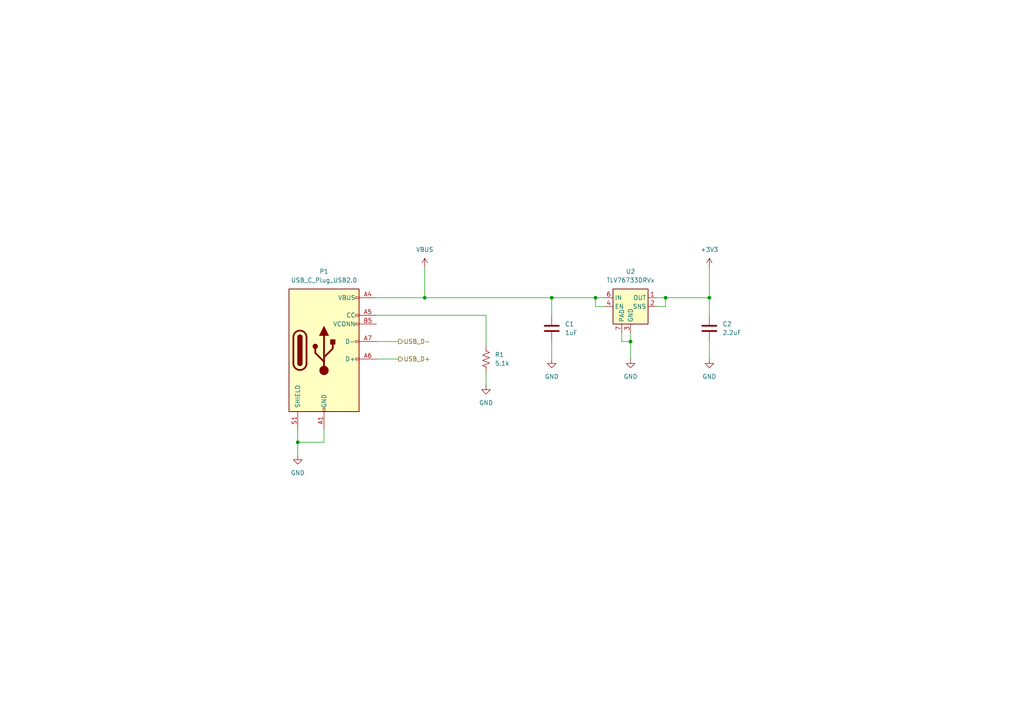
<source format=kicad_sch>
(kicad_sch (version 20250114) (generator "eeschema") (generator_version "9.0")
  (paper "A4")
  (lib_symbols
    (symbol "Connector:USB_C_Plug_USB2.0" (pin_names (offset 1.016))
      (property "Reference" "P" (at -10.16 19.05 0))
      (property "Value" "USB_C_Plug_USB2.0" (at 12.7 19.05 0))
      (symbol "USB_C_Plug_USB2.0_0_0"
        (rectangle (start -0.254 -17.78) (end 0.254 -16.764))
        (rectangle (start 10.16 15.494) (end 9.144 14.986))
        (rectangle (start 10.16 10.414) (end 9.144 9.906))
        (rectangle (start 10.16 7.874) (end 9.144 7.366))
        (rectangle (start 10.16 2.794) (end 9.144 2.286))
        (rectangle (start 10.16 -2.286) (end 9.144 -2.794))
      )
      (symbol "USB_C_Plug_USB2.0_0_1"
        (rectangle (start -10.16 17.78) (end 10.16 -17.78) (stroke (width 0.254)) (fill (type background)))
        (polyline (pts (xy -8.89 -3.81) (xy -8.89 3.81)) (stroke (width 0.508)))
        (rectangle (start -7.62 -3.81) (end -6.35 3.81) (stroke (width 0.254)) (fill (type outline)))
        (arc (start -7.62 3.81) (mid -6.985 4.4423) (end -6.35 3.81) (stroke (width 0.254)))
        (arc (start -7.62 3.81) (mid -6.985 4.4423) (end -6.35 3.81) (stroke (width 0.254)) (fill (type outline)))
        (arc (start -8.89 3.81) (mid -6.985 5.7067) (end -5.08 3.81) (stroke (width 0.508)))
        (arc (start -5.08 -3.81) (mid -6.985 -5.7067) (end -8.89 -3.81) (stroke (width 0.508)))
        (arc (start -6.35 -3.81) (mid -6.985 -4.4423) (end -7.62 -3.81) (stroke (width 0.254)))
        (arc (start -6.35 -3.81) (mid -6.985 -4.4423) (end -7.62 -3.81) (stroke (width 0.254)) (fill (type outline)))
        (polyline (pts (xy -5.08 3.81) (xy -5.08 -3.81)) (stroke (width 0.508)))
        (circle (center -2.54 1.143) (radius 0.635) (stroke (width 0.254)) (fill (type outline)))
        (polyline (pts (xy -1.27 4.318) (xy 0 6.858) (xy 1.27 4.318) (xy -1.27 4.318)) (stroke (width 0.254)) (fill (type outline)))
        (polyline (pts (xy 0 -2.032) (xy 2.54 0.508) (xy 2.54 1.778)) (stroke (width 0.508)))
        (polyline (pts (xy 0 -3.302) (xy -2.54 -0.762) (xy -2.54 0.508)) (stroke (width 0.508)))
        (polyline (pts (xy 0 -5.842) (xy 0 4.318)) (stroke (width 0.508)))
        (circle (center 0 -5.842) (radius 1.27) (fill (type outline)))
        (rectangle (start 1.905 1.778) (end 3.175 3.048) (stroke (width 0.254)) (fill (type outline)))
      )
      (symbol "USB_C_Plug_USB2.0_1_1"
        (pin passive line (at -7.62 -22.86 90) (length 5.08) (name "SHIELD") (number "S1"))
        (pin passive line (at 0 -22.86 90) (length 5.08) (name "GND") (number "A1"))
        (pin passive line (at 0 -22.86 90) (length 5.08) (hide yes) (name "GND") (number "A12"))
        (pin passive line (at 0 -22.86 90) (length 5.08) (hide yes) (name "GND") (number "B1"))
        (pin passive line (at 0 -22.86 90) (length 5.08) (hide yes) (name "GND") (number "B12"))
        (pin passive line (at 15.24 15.24 180) (length 5.08) (name "VBUS") (number "A4"))
        (pin passive line (at 15.24 15.24 180) (length 5.08) (hide yes) (name "VBUS") (number "A9"))
        (pin passive line (at 15.24 15.24 180) (length 5.08) (hide yes) (name "VBUS") (number "B4"))
        (pin passive line (at 15.24 15.24 180) (length 5.08) (hide yes) (name "VBUS") (number "B9"))
        (pin bidirectional line (at 15.24 10.16 180) (length 5.08) (name "CC") (number "A5"))
        (pin bidirectional line (at 15.24 7.62 180) (length 5.08) (name "VCONN") (number "B5"))
        (pin bidirectional line (at 15.24 2.54 180) (length 5.08) (name "D-") (number "A7"))
        (pin bidirectional line (at 15.24 -2.54 180) (length 5.08) (name "D+") (number "A6"))
      )
    )
    (symbol "Device:C" (pin_numbers (hide yes)) (pin_names (offset 0.254))
      (property "Reference" "C" (at 0.635 2.54 0))
      (property "Value" "C" (at 0.635 -2.54 0))
      (symbol "C_0_1"
        (polyline (pts (xy -2.032 0.762) (xy 2.032 0.762)) (stroke (width 0.508)))
        (polyline (pts (xy -2.032 -0.762) (xy 2.032 -0.762)) (stroke (width 0.508)))
      )
      (symbol "C_1_1"
        (pin passive line (at 0 3.81 270) (length 2.794) (name "~") (number "1"))
        (pin passive line (at 0 -3.81 90) (length 2.794) (name "~") (number "2"))
      )
    )
    (symbol "Device:R_US" (pin_numbers (hide yes)) (pin_names (offset 0))
      (property "Reference" "R" (at 2.54 0 90))
      (property "Value" "R_US" (at -2.54 0 90))
      (symbol "R_US_0_1"
        (polyline (pts (xy 0 2.286) (xy 0 2.54)))
        (polyline (pts (xy 0 2.286) (xy 1.016 1.905) (xy 0 1.524) (xy -1.016 1.143) (xy 0 0.762)))
        (polyline (pts (xy 0 0.762) (xy 1.016 0.381) (xy 0 0) (xy -1.016 -0.381) (xy 0 -0.762)))
        (polyline (pts (xy 0 -0.762) (xy 1.016 -1.143) (xy 0 -1.524) (xy -1.016 -1.905) (xy 0 -2.286)))
        (polyline (pts (xy 0 -2.286) (xy 0 -2.54)))
      )
      (symbol "R_US_1_1"
        (pin passive line (at 0 3.81 270) (length 1.27) (name "~") (number "1"))
        (pin passive line (at 0 -3.81 90) (length 1.27) (name "~") (number "2"))
      )
    )
    (symbol "Regulator_Linear:TLV76733DRVx"
      (property "Reference" "U" (at 0 8.89 0))
      (property "Value" "TLV76733DRVx" (at 0 6.35 0))
      (symbol "TLV76733DRVx_0_1"
        (rectangle (start -5.08 -5.08) (end 5.08 5.08) (stroke (width 0.254)) (fill (type background)))
      )
      (symbol "TLV76733DRVx_1_1"
        (pin power_in line (at -7.62 2.54 0) (length 2.54) (name "IN") (number "6"))
        (pin input line (at -7.62 0 0) (length 2.54) (name "EN") (number "4"))
        (pin passive line (at -2.54 -7.62 90) (length 2.54) (name "PAD") (number "7"))
        (pin power_in line (at 0 -7.62 90) (length 2.54) (name "GND") (number "3"))
        (pin passive line (at 0 -7.62 90) (length 2.54) (hide yes) (name "GND") (number "5"))
        (pin power_out line (at 7.62 2.54 180) (length 2.54) (name "OUT") (number "1"))
        (pin input line (at 7.62 0 180) (length 2.54) (name "SNS") (number "2"))
      )
    )
    (symbol "power:+3V3" (power) (pin_numbers (hide yes)) (pin_names (offset 0) (hide yes))
      (property "Value" "+3V3" (at 0 3.556 0))
      (symbol "+3V3_0_1"
        (polyline (pts (xy -0.762 1.27) (xy 0 2.54)))
        (polyline (pts (xy 0 2.54) (xy 0.762 1.27)))
        (polyline (pts (xy 0 0) (xy 0 2.54)))
      )
      (symbol "+3V3_1_1"
        (pin power_in line (at 0 0 90) (length 0) (name "~") (number "1"))
      )
    )
    (symbol "power:GND" (power) (pin_numbers (hide yes)) (pin_names (offset 0) (hide yes))
      (property "Value" "GND" (at 0 -3.81 0))
      (symbol "GND_0_1"
        (polyline (pts (xy 0 0) (xy 0 -1.27) (xy 1.27 -1.27) (xy 0 -2.54) (xy -1.27 -1.27) (xy 0 -1.27)))
      )
      (symbol "GND_1_1"
        (pin power_in line (at 0 0 270) (length 0) (name "~") (number "1"))
      )
    )
    (symbol "power:VBUS" (power) (pin_numbers (hide yes)) (pin_names (offset 0) (hide yes))
      (property "Value" "VBUS" (at 0 3.556 0))
      (symbol "VBUS_0_1"
        (polyline (pts (xy -0.762 1.27) (xy 0 2.54)))
        (polyline (pts (xy 0 2.54) (xy 0.762 1.27)))
        (polyline (pts (xy 0 0) (xy 0 2.54)))
      )
      (symbol "VBUS_1_1"
        (pin power_in line (at 0 0 90) (length 0) (name "~") (number "1"))
      )
    )
  )
  (junction (at 172.72 86.36))
  (junction (at 182.88 99.06))
  (junction (at 160.02 86.36))
  (junction (at 123.19 86.36))
  (junction (at 205.74 86.36))
  (junction (at 86.36 128.27))
  (junction (at 193.04 86.36))
  (wire (pts (xy 160.02 91.44) (xy 160.02 86.36)))
  (wire (pts (xy 123.19 86.36) (xy 160.02 86.36)))
  (wire (pts (xy 86.36 128.27) (xy 86.36 132.08)))
  (wire (pts (xy 190.5 88.9) (xy 193.04 88.9)))
  (wire (pts (xy 182.88 99.06) (xy 182.88 104.14)))
  (wire (pts (xy 205.74 86.36) (xy 193.04 86.36)))
  (wire (pts (xy 160.02 99.06) (xy 160.02 104.14)))
  (wire (pts (xy 140.97 91.44) (xy 140.97 100.33)))
  (wire (pts (xy 205.74 77.47) (xy 205.74 86.36)))
  (wire (pts (xy 205.74 91.44) (xy 205.74 86.36)))
  (wire (pts (xy 109.22 99.06) (xy 115.57 99.06)))
  (wire (pts (xy 172.72 88.9) (xy 172.72 86.36)))
  (wire (pts (xy 190.5 86.36) (xy 193.04 86.36)))
  (wire (pts (xy 182.88 96.52) (xy 182.88 99.06)))
  (wire (pts (xy 86.36 124.46) (xy 86.36 128.27)))
  (wire (pts (xy 205.74 99.06) (xy 205.74 104.14)))
  (wire (pts (xy 123.19 86.36) (xy 123.19 77.47)))
  (wire (pts (xy 160.02 86.36) (xy 172.72 86.36)))
  (wire (pts (xy 93.98 128.27) (xy 86.36 128.27)))
  (wire (pts (xy 172.72 86.36) (xy 175.26 86.36)))
  (wire (pts (xy 175.26 88.9) (xy 172.72 88.9)))
  (wire (pts (xy 109.22 104.14) (xy 115.57 104.14)))
  (wire (pts (xy 180.34 96.52) (xy 180.34 99.06)))
  (wire (pts (xy 193.04 88.9) (xy 193.04 86.36)))
  (wire (pts (xy 180.34 99.06) (xy 182.88 99.06)))
  (wire (pts (xy 93.98 124.46) (xy 93.98 128.27)))
  (wire (pts (xy 109.22 86.36) (xy 123.19 86.36)))
  (wire (pts (xy 109.22 91.44) (xy 140.97 91.44)))
  (wire (pts (xy 140.97 107.95) (xy 140.97 111.76)))
  (hierarchical_label "USB_D-" (shape output) (at 115.57 99.06 0))
  (hierarchical_label "USB_D+" (shape output) (at 115.57 104.14 0))
  (symbol (lib_id "power:GND") (at 182.88 104.14 0) (unit 1)
    (property "Reference" "#PWR04" (effects (hide yes)))
    (property "Value" "GND" (at 182.88 109.22 0))
    (property "Description" "Power symbol creates a global label with name \"GND\" , ground" (effects (hide yes)))
  )
  (symbol (lib_id "power:GND") (at 86.36 132.08 0) (unit 1)
    (property "Reference" "#PWR01" (effects (hide yes)))
    (property "Value" "GND" (at 86.36 137.16 0))
    (property "Description" "Power symbol creates a global label with name \"GND\" , ground" (effects (hide yes)))
  )
  (symbol (lib_id "power:+3V3") (at 205.74 77.47 0) (unit 1)
    (property "Reference" "#PWR07" (effects (hide yes)))
    (property "Value" "+3V3" (at 205.74 72.39 0))
    (property "Description" "Power symbol creates a global label with name \"+3V3\"" (effects (hide yes)))
  )
  (symbol (lib_id "power:GND") (at 140.97 111.76 0) (unit 1)
    (property "Reference" "#PWR02" (effects (hide yes)))
    (property "Value" "GND" (at 140.97 116.84 0))
    (property "Description" "Power symbol creates a global label with name \"GND\" , ground" (effects (hide yes)))
  )
  (symbol (lib_id "Connector:USB_C_Plug_USB2.0") (at 93.98 101.6 0) (unit 1)
    (property "Reference" "P1" (at 93.98 78.74 0))
    (property "Value" "USB_C_Plug_USB2.0" (at 93.98 81.28 0))
    (property "Datasheet" "https://www.usb.org/sites/default/files/documents/usb_type-c.zip" (effects (hide yes)))
    (property "Description" "USB 2.0-only Type-C Plug connector" (effects (hide yes)))
  )
  (symbol (lib_id "Regulator_Linear:TLV76733DRVx") (at 182.88 88.9 0) (unit 1)
    (property "Reference" "U2" (at 182.88 78.74 0))
    (property "Value" "TLV76733DRVx" (at 182.88 81.28 0))
    (property "Footprint" "Package_SON:WSON-6-1EP_2x2mm_P0.65mm_EP1x1.6mm_ThermalVias" (effects (hide yes)))
    (property "Datasheet" "www.ti.com/lit/gpn/TLV767" (effects (hide yes)))
    (property "Description" "1A Precision Linear Voltage Regulator, with enable pin, Fixed Output 3.3V, WSON6" (effects (hide yes)))
  )
  (symbol (lib_id "Device:C") (at 205.74 95.25 0) (unit 1)
    (property "Reference" "C2" (at 209.55 93.9799 0) (effects (justify left)))
    (property "Value" "2.2uF" (at 209.55 96.5199 0) (effects (justify left)))
    (property "Description" "Unpolarized capacitor" (effects (hide yes)))
  )
  (symbol (lib_id "power:VBUS") (at 123.19 77.47 0) (unit 1)
    (property "Reference" "#PWR03" (effects (hide yes)))
    (property "Value" "VBUS" (at 123.19 72.39 0))
    (property "Description" "Power symbol creates a global label with name \"VBUS\"" (effects (hide yes)))
  )
  (symbol (lib_id "Device:R_US") (at 140.97 104.14 0) (unit 1)
    (property "Reference" "R1" (at 143.51 102.8699 0) (effects (justify left)))
    (property "Value" "5.1k" (at 143.51 105.4099 0) (effects (justify left)))
    (property "Description" "Resistor, US symbol" (effects (hide yes)))
  )
  (symbol (lib_id "Device:C") (at 160.02 95.25 0) (unit 1)
    (property "Reference" "C1" (at 163.83 93.9799 0) (effects (justify left)))
    (property "Value" "1uF" (at 163.83 96.5199 0) (effects (justify left)))
    (property "Description" "Unpolarized capacitor" (effects (hide yes)))
  )
  (symbol (lib_id "power:GND") (at 160.02 104.14 0) (unit 1)
    (property "Reference" "#PWR05" (effects (hide yes)))
    (property "Value" "GND" (at 160.02 109.22 0))
    (property "Description" "Power symbol creates a global label with name \"GND\" , ground" (effects (hide yes)))
  )
  (symbol (lib_id "power:GND") (at 205.74 104.14 0) (unit 1)
    (property "Reference" "#PWR06" (effects (hide yes)))
    (property "Value" "GND" (at 205.74 109.22 0))
    (property "Description" "Power symbol creates a global label with name \"GND\" , ground" (effects (hide yes)))
  )
)
</source>
